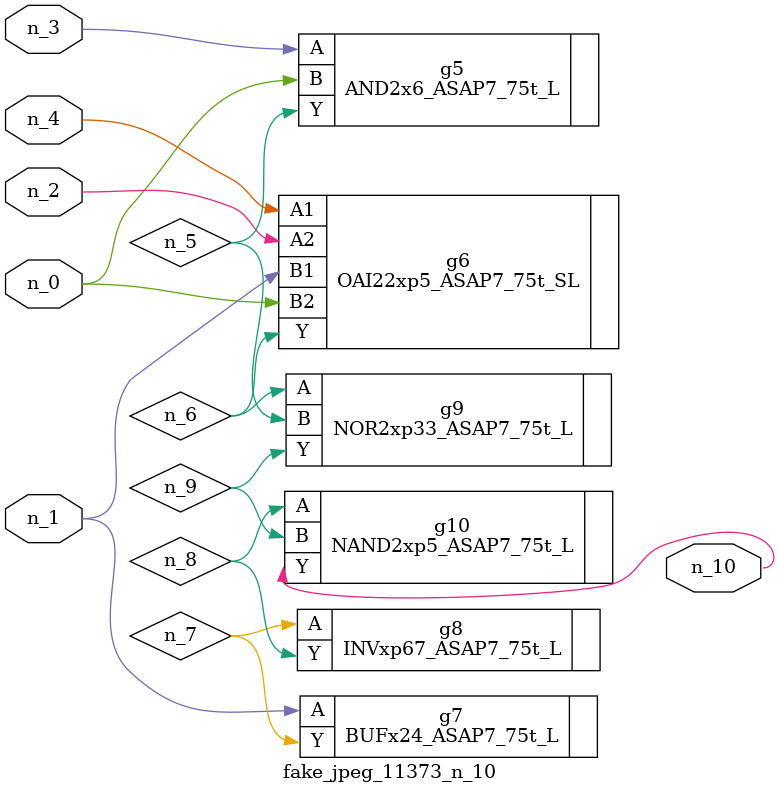
<source format=v>
module fake_jpeg_11373_n_10 (n_3, n_2, n_1, n_0, n_4, n_10);

input n_3;
input n_2;
input n_1;
input n_0;
input n_4;

output n_10;

wire n_8;
wire n_9;
wire n_6;
wire n_5;
wire n_7;

AND2x6_ASAP7_75t_L g5 ( 
.A(n_3),
.B(n_0),
.Y(n_5)
);

OAI22xp5_ASAP7_75t_SL g6 ( 
.A1(n_4),
.A2(n_2),
.B1(n_1),
.B2(n_0),
.Y(n_6)
);

BUFx24_ASAP7_75t_L g7 ( 
.A(n_1),
.Y(n_7)
);

INVxp67_ASAP7_75t_L g8 ( 
.A(n_7),
.Y(n_8)
);

NAND2xp5_ASAP7_75t_L g10 ( 
.A(n_8),
.B(n_9),
.Y(n_10)
);

NOR2xp33_ASAP7_75t_L g9 ( 
.A(n_6),
.B(n_5),
.Y(n_9)
);


endmodule
</source>
